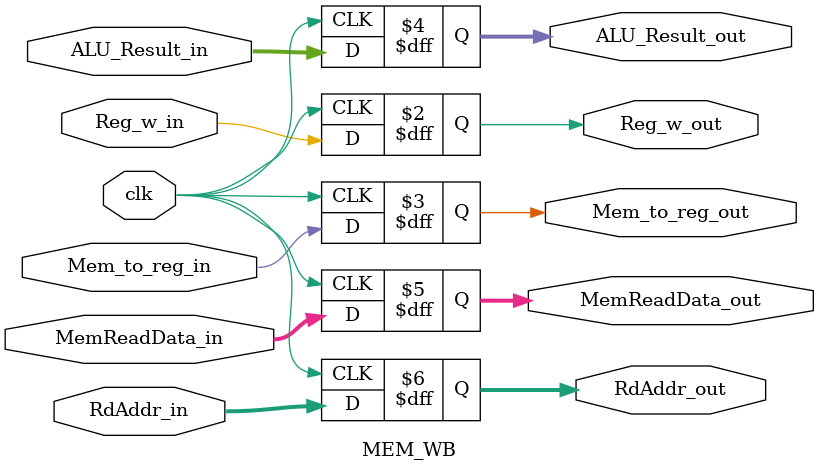
<source format=v>
module MEM_WB(
    input clk,
    // Control Signal input
    input Reg_w_in,
    input Mem_to_reg_in,
    // Others input
    input [31:0] ALU_Result_in,
    input [31:0] MemReadData_in,
    input [4:0] RdAddr_in,
    // Control Signal output 
    output reg Reg_w_out,
    output reg Mem_to_reg_out,
     // Others output
    output reg [31:0] ALU_Result_out,
    output reg [31:0] MemReadData_out,
    output reg [4:0] RdAddr_out
);

    always @(posedge clk) begin
        Reg_w_out <= Reg_w_in;
        Mem_to_reg_out <= Mem_to_reg_in;
        ALU_Result_out <= ALU_Result_in;
        MemReadData_out <= MemReadData_in;
        RdAddr_out <= RdAddr_in;
    end
endmodule
</source>
